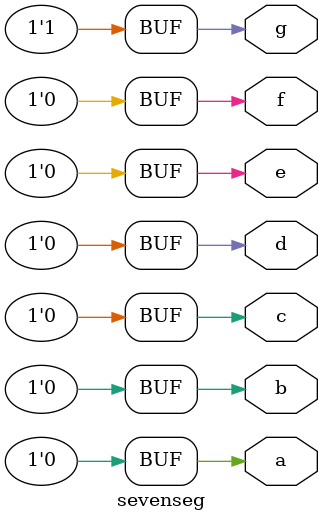
<source format=v>
module sevenseg(output reg a, output reg b, output reg c, output reg d,output reg e, output reg f,output reg g);
    initial
    begin
    a=0;
    b=0;
    c=0;
    d=0;
    e=0;
    f=0;
    g=1;
    end
endmodule

</source>
